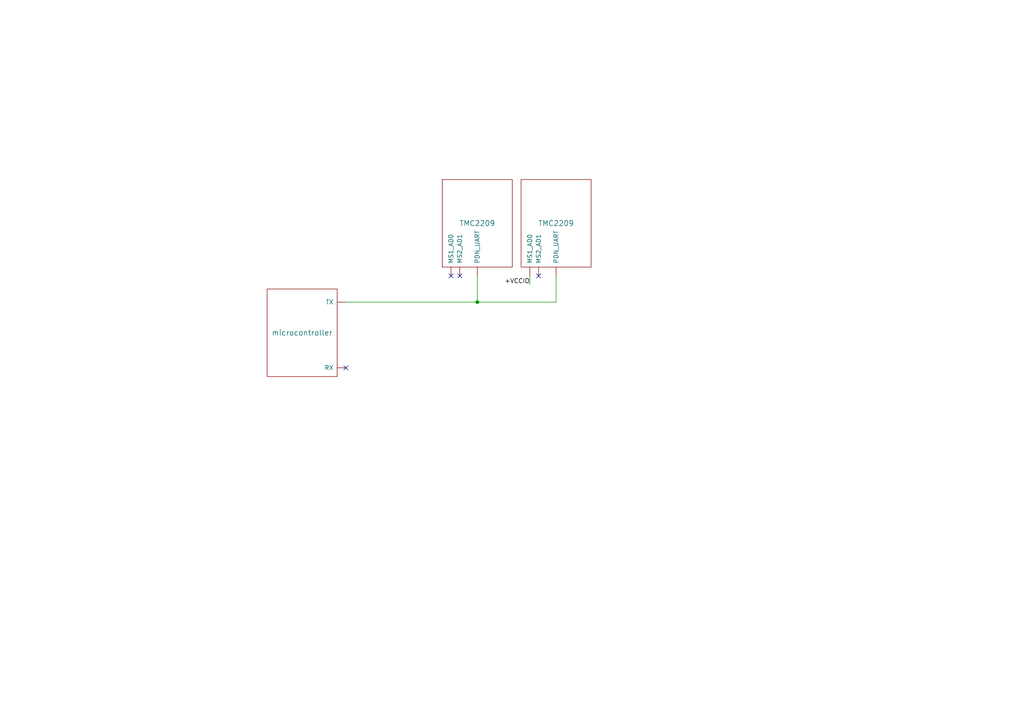
<source format=kicad_sch>
(kicad_sch (version 20230121) (generator eeschema)
  (paper "A4")
  (title_block (title "Trinamic Wiring") (date "2023-04-27") (rev "0.3") (company "Janelia Research Campus"))
  (lib_symbols
    (symbol "Janelia:SIMPLIFIED_MCU_UART" (pin_numbers hide) (pin_names (offset 1.016))
      (property "Value" "microcontroller" (at 0 0 0))
      (symbol "SIMPLIFIED_MCU_UART_0_1"
        (rectangle (start -10.16 12.7) (end 10.16 -12.7))
      )
      (symbol "SIMPLIFIED_MCU_UART_1_1"
        (pin input line (at 12.7 -10.16 180) (length 2.54) (name "RX") (number "0"))
        (pin output line (at 12.7 8.89 180) (length 2.54) (name "TX") (number "1"))
      )
    )
    (symbol "Janelia:SIMPLIFIED_TMC2209_ADDRESSES" (pin_numbers hide) (pin_names (offset 1.016))
      (property "Value" "TMC2209" (at 0 0 0))
      (symbol "SIMPLIFIED_TMC2209_ADDRESSES_0_1"
        (rectangle (start -10.16 12.7) (end 10.16 -12.7))
      )
      (symbol "SIMPLIFIED_TMC2209_ADDRESSES_1_1"
        (pin bidirectional line (at 0 -15.24 90) (length 2.54) (name "PDN_UART") (number "0"))
        (pin input line (at -5.08 -15.24 90) (length 2.54) (name "MS2_AD1") (number "1"))
        (pin input line (at -7.62 -15.24 90) (length 2.54) (name "MS1_AD0") (number "2"))
      )
    )
  )
  (junction (at 138.43 87.63))
  (no_connect (at 133.35 80.01))
  (no_connect (at 130.81 80.01))
  (no_connect (at 156.21 80.01))
  (no_connect (at 100.33 106.68))
  (wire (pts (xy 138.43 87.63) (xy 161.29 87.63)))
  (wire (pts (xy 100.33 87.63) (xy 138.43 87.63)))
  (wire (pts (xy 153.67 80.01) (xy 153.67 82.55)))
  (wire (pts (xy 138.43 80.01) (xy 138.43 87.63)))
  (wire (pts (xy 161.29 80.01) (xy 161.29 87.63)))
  (label "+VCCIO" (at 153.67 82.55 180))
  (symbol (lib_id "Janelia:SIMPLIFIED_MCU_UART") (at 87.63 96.52 0) (unit 1)
    (property "Reference" "microcontroller?" (effects hide))
    (property "Value" "microcontroller" (at 87.63 96.52 0) (effects (font (size 1.524 1.524))))
    (instances (project "trinamic_wiring" (path "" (reference "microcontroller?") (unit 1)) (path "" (reference "microcontroller1") (unit 1)) (path "" (reference "microcontroller2") (unit 1)) (path "" (reference "microcontroller?") (unit 1))))
  )
  (symbol (lib_id "Janelia:SIMPLIFIED_TMC2209_ADDRESSES") (at 138.43 64.77 0) (unit 1)
    (property "Reference" "TMC2" (effects hide))
    (property "Value" "TMC2209" (at 138.43 64.77 0) (effects (font (size 1.524 1.524))))
  )
  (symbol (lib_id "Janelia:SIMPLIFIED_TMC2209_ADDRESSES") (at 161.29 64.77 0) (unit 1)
    (property "Reference" "TMC3" (effects hide))
    (property "Value" "TMC2209" (at 161.29 64.77 0) (effects (font (size 1.524 1.524))))
  )
)
</source>
